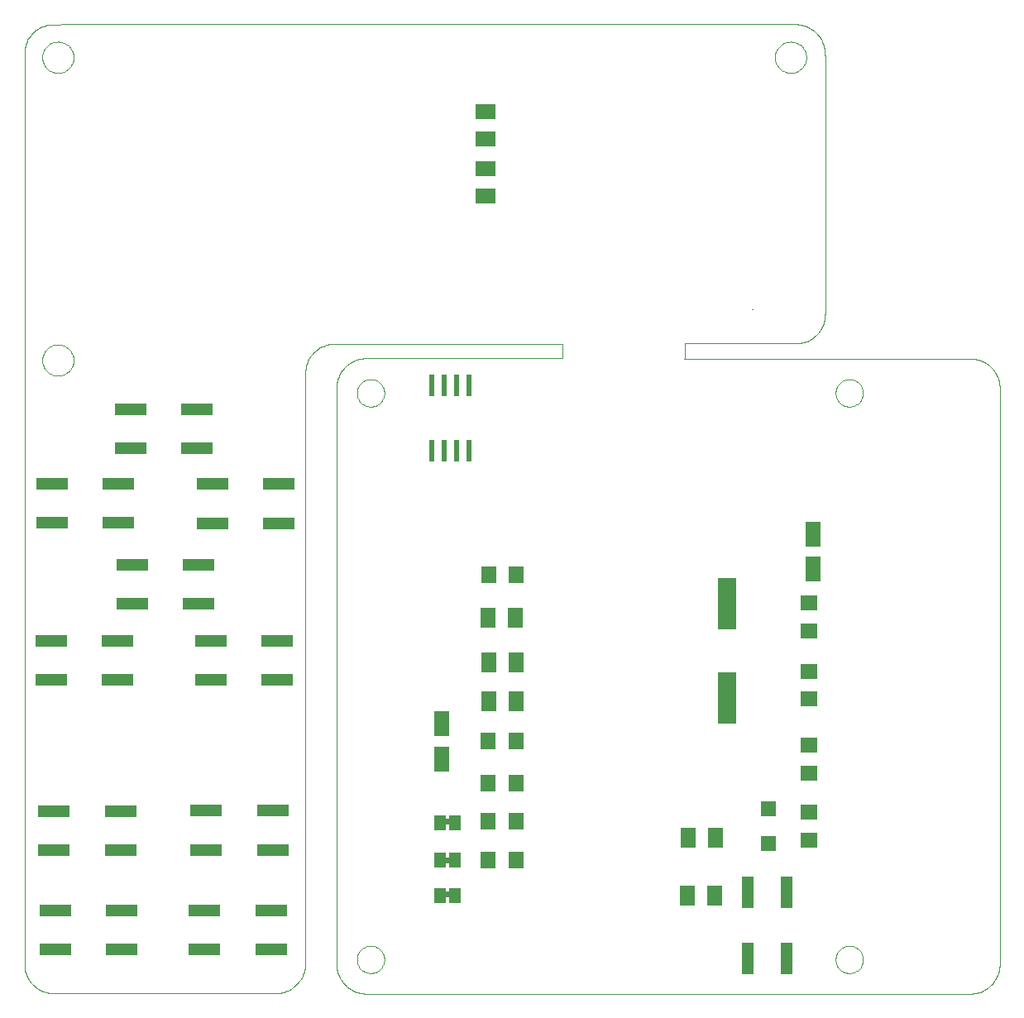
<source format=gtp>
G75*
G70*
%OFA0B0*%
%FSLAX24Y24*%
%IPPOS*%
%LPD*%
%AMOC8*
5,1,8,0,0,1.08239X$1,22.5*
%
%ADD10C,0.0000*%
%ADD11C,0.0001*%
%ADD12C,0.0240*%
%ADD13R,0.0236X0.0866*%
%ADD14R,0.0630X0.0787*%
%ADD15R,0.0630X0.0709*%
%ADD16R,0.0760X0.2100*%
%ADD17R,0.0710X0.0630*%
%ADD18R,0.0630X0.0710*%
%ADD19R,0.0472X0.1260*%
%ADD20R,0.0460X0.0630*%
%ADD21R,0.0591X0.0591*%
%ADD22R,0.0630X0.1024*%
%ADD23R,0.0787X0.0630*%
%ADD24R,0.1260X0.0472*%
D10*
X016753Y006193D02*
X016755Y006240D01*
X016761Y006286D01*
X016771Y006332D01*
X016784Y006377D01*
X016802Y006420D01*
X016823Y006462D01*
X016847Y006502D01*
X016875Y006539D01*
X016906Y006574D01*
X016940Y006607D01*
X016976Y006636D01*
X017015Y006662D01*
X017056Y006685D01*
X017099Y006704D01*
X017143Y006720D01*
X017188Y006732D01*
X017234Y006740D01*
X017281Y006744D01*
X017327Y006744D01*
X017374Y006740D01*
X017420Y006732D01*
X017465Y006720D01*
X017509Y006704D01*
X017552Y006685D01*
X017593Y006662D01*
X017632Y006636D01*
X017668Y006607D01*
X017702Y006574D01*
X017733Y006539D01*
X017761Y006502D01*
X017785Y006462D01*
X017806Y006420D01*
X017824Y006377D01*
X017837Y006332D01*
X017847Y006286D01*
X017853Y006240D01*
X017855Y006193D01*
X017853Y006146D01*
X017847Y006100D01*
X017837Y006054D01*
X017824Y006009D01*
X017806Y005966D01*
X017785Y005924D01*
X017761Y005884D01*
X017733Y005847D01*
X017702Y005812D01*
X017668Y005779D01*
X017632Y005750D01*
X017593Y005724D01*
X017552Y005701D01*
X017509Y005682D01*
X017465Y005666D01*
X017420Y005654D01*
X017374Y005646D01*
X017327Y005642D01*
X017281Y005642D01*
X017234Y005646D01*
X017188Y005654D01*
X017143Y005666D01*
X017099Y005682D01*
X017056Y005701D01*
X017015Y005724D01*
X016976Y005750D01*
X016940Y005779D01*
X016906Y005812D01*
X016875Y005847D01*
X016847Y005884D01*
X016823Y005924D01*
X016802Y005966D01*
X016784Y006009D01*
X016771Y006054D01*
X016761Y006100D01*
X016755Y006146D01*
X016753Y006193D01*
X036045Y006193D02*
X036047Y006240D01*
X036053Y006286D01*
X036063Y006332D01*
X036076Y006377D01*
X036094Y006420D01*
X036115Y006462D01*
X036139Y006502D01*
X036167Y006539D01*
X036198Y006574D01*
X036232Y006607D01*
X036268Y006636D01*
X036307Y006662D01*
X036348Y006685D01*
X036391Y006704D01*
X036435Y006720D01*
X036480Y006732D01*
X036526Y006740D01*
X036573Y006744D01*
X036619Y006744D01*
X036666Y006740D01*
X036712Y006732D01*
X036757Y006720D01*
X036801Y006704D01*
X036844Y006685D01*
X036885Y006662D01*
X036924Y006636D01*
X036960Y006607D01*
X036994Y006574D01*
X037025Y006539D01*
X037053Y006502D01*
X037077Y006462D01*
X037098Y006420D01*
X037116Y006377D01*
X037129Y006332D01*
X037139Y006286D01*
X037145Y006240D01*
X037147Y006193D01*
X037145Y006146D01*
X037139Y006100D01*
X037129Y006054D01*
X037116Y006009D01*
X037098Y005966D01*
X037077Y005924D01*
X037053Y005884D01*
X037025Y005847D01*
X036994Y005812D01*
X036960Y005779D01*
X036924Y005750D01*
X036885Y005724D01*
X036844Y005701D01*
X036801Y005682D01*
X036757Y005666D01*
X036712Y005654D01*
X036666Y005646D01*
X036619Y005642D01*
X036573Y005642D01*
X036526Y005646D01*
X036480Y005654D01*
X036435Y005666D01*
X036391Y005682D01*
X036348Y005701D01*
X036307Y005724D01*
X036268Y005750D01*
X036232Y005779D01*
X036198Y005812D01*
X036167Y005847D01*
X036139Y005884D01*
X036115Y005924D01*
X036094Y005966D01*
X036076Y006009D01*
X036063Y006054D01*
X036053Y006100D01*
X036047Y006146D01*
X036045Y006193D01*
X036045Y029028D02*
X036047Y029075D01*
X036053Y029121D01*
X036063Y029167D01*
X036076Y029212D01*
X036094Y029255D01*
X036115Y029297D01*
X036139Y029337D01*
X036167Y029374D01*
X036198Y029409D01*
X036232Y029442D01*
X036268Y029471D01*
X036307Y029497D01*
X036348Y029520D01*
X036391Y029539D01*
X036435Y029555D01*
X036480Y029567D01*
X036526Y029575D01*
X036573Y029579D01*
X036619Y029579D01*
X036666Y029575D01*
X036712Y029567D01*
X036757Y029555D01*
X036801Y029539D01*
X036844Y029520D01*
X036885Y029497D01*
X036924Y029471D01*
X036960Y029442D01*
X036994Y029409D01*
X037025Y029374D01*
X037053Y029337D01*
X037077Y029297D01*
X037098Y029255D01*
X037116Y029212D01*
X037129Y029167D01*
X037139Y029121D01*
X037145Y029075D01*
X037147Y029028D01*
X037145Y028981D01*
X037139Y028935D01*
X037129Y028889D01*
X037116Y028844D01*
X037098Y028801D01*
X037077Y028759D01*
X037053Y028719D01*
X037025Y028682D01*
X036994Y028647D01*
X036960Y028614D01*
X036924Y028585D01*
X036885Y028559D01*
X036844Y028536D01*
X036801Y028517D01*
X036757Y028501D01*
X036712Y028489D01*
X036666Y028481D01*
X036619Y028477D01*
X036573Y028477D01*
X036526Y028481D01*
X036480Y028489D01*
X036435Y028501D01*
X036391Y028517D01*
X036348Y028536D01*
X036307Y028559D01*
X036268Y028585D01*
X036232Y028614D01*
X036198Y028647D01*
X036167Y028682D01*
X036139Y028719D01*
X036115Y028759D01*
X036094Y028801D01*
X036076Y028844D01*
X036063Y028889D01*
X036053Y028935D01*
X036047Y028981D01*
X036045Y029028D01*
X033600Y042556D02*
X033602Y042606D01*
X033608Y042656D01*
X033618Y042705D01*
X033632Y042753D01*
X033649Y042800D01*
X033670Y042845D01*
X033695Y042889D01*
X033723Y042930D01*
X033755Y042969D01*
X033789Y043006D01*
X033826Y043040D01*
X033866Y043070D01*
X033908Y043097D01*
X033952Y043121D01*
X033998Y043142D01*
X034045Y043158D01*
X034093Y043171D01*
X034143Y043180D01*
X034192Y043185D01*
X034243Y043186D01*
X034293Y043183D01*
X034342Y043176D01*
X034391Y043165D01*
X034439Y043150D01*
X034485Y043132D01*
X034530Y043110D01*
X034573Y043084D01*
X034614Y043055D01*
X034653Y043023D01*
X034689Y042988D01*
X034721Y042950D01*
X034751Y042910D01*
X034778Y042867D01*
X034801Y042823D01*
X034820Y042777D01*
X034836Y042729D01*
X034848Y042680D01*
X034856Y042631D01*
X034860Y042581D01*
X034860Y042531D01*
X034856Y042481D01*
X034848Y042432D01*
X034836Y042383D01*
X034820Y042335D01*
X034801Y042289D01*
X034778Y042245D01*
X034751Y042202D01*
X034721Y042162D01*
X034689Y042124D01*
X034653Y042089D01*
X034614Y042057D01*
X034573Y042028D01*
X034530Y042002D01*
X034485Y041980D01*
X034439Y041962D01*
X034391Y041947D01*
X034342Y041936D01*
X034293Y041929D01*
X034243Y041926D01*
X034192Y041927D01*
X034143Y041932D01*
X034093Y041941D01*
X034045Y041954D01*
X033998Y041970D01*
X033952Y041991D01*
X033908Y042015D01*
X033866Y042042D01*
X033826Y042072D01*
X033789Y042106D01*
X033755Y042143D01*
X033723Y042182D01*
X033695Y042223D01*
X033670Y042267D01*
X033649Y042312D01*
X033632Y042359D01*
X033618Y042407D01*
X033608Y042456D01*
X033602Y042506D01*
X033600Y042556D01*
X016753Y029028D02*
X016755Y029075D01*
X016761Y029121D01*
X016771Y029167D01*
X016784Y029212D01*
X016802Y029255D01*
X016823Y029297D01*
X016847Y029337D01*
X016875Y029374D01*
X016906Y029409D01*
X016940Y029442D01*
X016976Y029471D01*
X017015Y029497D01*
X017056Y029520D01*
X017099Y029539D01*
X017143Y029555D01*
X017188Y029567D01*
X017234Y029575D01*
X017281Y029579D01*
X017327Y029579D01*
X017374Y029575D01*
X017420Y029567D01*
X017465Y029555D01*
X017509Y029539D01*
X017552Y029520D01*
X017593Y029497D01*
X017632Y029471D01*
X017668Y029442D01*
X017702Y029409D01*
X017733Y029374D01*
X017761Y029337D01*
X017785Y029297D01*
X017806Y029255D01*
X017824Y029212D01*
X017837Y029167D01*
X017847Y029121D01*
X017853Y029075D01*
X017855Y029028D01*
X017853Y028981D01*
X017847Y028935D01*
X017837Y028889D01*
X017824Y028844D01*
X017806Y028801D01*
X017785Y028759D01*
X017761Y028719D01*
X017733Y028682D01*
X017702Y028647D01*
X017668Y028614D01*
X017632Y028585D01*
X017593Y028559D01*
X017552Y028536D01*
X017509Y028517D01*
X017465Y028501D01*
X017420Y028489D01*
X017374Y028481D01*
X017327Y028477D01*
X017281Y028477D01*
X017234Y028481D01*
X017188Y028489D01*
X017143Y028501D01*
X017099Y028517D01*
X017056Y028536D01*
X017015Y028559D01*
X016976Y028585D01*
X016940Y028614D01*
X016906Y028647D01*
X016875Y028682D01*
X016847Y028719D01*
X016823Y028759D01*
X016802Y028801D01*
X016784Y028844D01*
X016771Y028889D01*
X016761Y028935D01*
X016755Y028981D01*
X016753Y029028D01*
X004073Y030351D02*
X004075Y030401D01*
X004081Y030451D01*
X004091Y030500D01*
X004105Y030548D01*
X004122Y030595D01*
X004143Y030640D01*
X004168Y030684D01*
X004196Y030725D01*
X004228Y030764D01*
X004262Y030801D01*
X004299Y030835D01*
X004339Y030865D01*
X004381Y030892D01*
X004425Y030916D01*
X004471Y030937D01*
X004518Y030953D01*
X004566Y030966D01*
X004616Y030975D01*
X004665Y030980D01*
X004716Y030981D01*
X004766Y030978D01*
X004815Y030971D01*
X004864Y030960D01*
X004912Y030945D01*
X004958Y030927D01*
X005003Y030905D01*
X005046Y030879D01*
X005087Y030850D01*
X005126Y030818D01*
X005162Y030783D01*
X005194Y030745D01*
X005224Y030705D01*
X005251Y030662D01*
X005274Y030618D01*
X005293Y030572D01*
X005309Y030524D01*
X005321Y030475D01*
X005329Y030426D01*
X005333Y030376D01*
X005333Y030326D01*
X005329Y030276D01*
X005321Y030227D01*
X005309Y030178D01*
X005293Y030130D01*
X005274Y030084D01*
X005251Y030040D01*
X005224Y029997D01*
X005194Y029957D01*
X005162Y029919D01*
X005126Y029884D01*
X005087Y029852D01*
X005046Y029823D01*
X005003Y029797D01*
X004958Y029775D01*
X004912Y029757D01*
X004864Y029742D01*
X004815Y029731D01*
X004766Y029724D01*
X004716Y029721D01*
X004665Y029722D01*
X004616Y029727D01*
X004566Y029736D01*
X004518Y029749D01*
X004471Y029765D01*
X004425Y029786D01*
X004381Y029810D01*
X004339Y029837D01*
X004299Y029867D01*
X004262Y029901D01*
X004228Y029938D01*
X004196Y029977D01*
X004168Y030018D01*
X004143Y030062D01*
X004122Y030107D01*
X004105Y030154D01*
X004091Y030202D01*
X004081Y030251D01*
X004075Y030301D01*
X004073Y030351D01*
X004073Y042556D02*
X004075Y042606D01*
X004081Y042656D01*
X004091Y042705D01*
X004105Y042753D01*
X004122Y042800D01*
X004143Y042845D01*
X004168Y042889D01*
X004196Y042930D01*
X004228Y042969D01*
X004262Y043006D01*
X004299Y043040D01*
X004339Y043070D01*
X004381Y043097D01*
X004425Y043121D01*
X004471Y043142D01*
X004518Y043158D01*
X004566Y043171D01*
X004616Y043180D01*
X004665Y043185D01*
X004716Y043186D01*
X004766Y043183D01*
X004815Y043176D01*
X004864Y043165D01*
X004912Y043150D01*
X004958Y043132D01*
X005003Y043110D01*
X005046Y043084D01*
X005087Y043055D01*
X005126Y043023D01*
X005162Y042988D01*
X005194Y042950D01*
X005224Y042910D01*
X005251Y042867D01*
X005274Y042823D01*
X005293Y042777D01*
X005309Y042729D01*
X005321Y042680D01*
X005329Y042631D01*
X005333Y042581D01*
X005333Y042531D01*
X005329Y042481D01*
X005321Y042432D01*
X005309Y042383D01*
X005293Y042335D01*
X005274Y042289D01*
X005251Y042245D01*
X005224Y042202D01*
X005194Y042162D01*
X005162Y042124D01*
X005126Y042089D01*
X005087Y042057D01*
X005046Y042028D01*
X005003Y042002D01*
X004958Y041980D01*
X004912Y041962D01*
X004864Y041947D01*
X004815Y041936D01*
X004766Y041929D01*
X004716Y041926D01*
X004665Y041927D01*
X004616Y041932D01*
X004566Y041941D01*
X004518Y041954D01*
X004471Y041970D01*
X004425Y041991D01*
X004381Y042015D01*
X004339Y042042D01*
X004299Y042072D01*
X004262Y042106D01*
X004228Y042143D01*
X004196Y042182D01*
X004168Y042223D01*
X004143Y042267D01*
X004122Y042312D01*
X004105Y042359D01*
X004091Y042407D01*
X004081Y042456D01*
X004075Y042506D01*
X004073Y042556D01*
D11*
X004544Y004829D02*
X013461Y004829D01*
X013459Y004830D02*
X013527Y004832D01*
X013595Y004838D01*
X013662Y004847D01*
X013729Y004861D01*
X013795Y004878D01*
X013860Y004899D01*
X013924Y004923D01*
X013986Y004951D01*
X014047Y004982D01*
X014105Y005017D01*
X014162Y005055D01*
X014216Y005095D01*
X014269Y005139D01*
X014318Y005186D01*
X014365Y005236D01*
X014409Y005288D01*
X014450Y005342D01*
X014488Y005399D01*
X014523Y005457D01*
X014554Y005518D01*
X014582Y005580D01*
X014607Y005643D01*
X014627Y005708D01*
X014645Y005774D01*
X014658Y005841D01*
X014668Y005909D01*
X014674Y005976D01*
X014676Y006045D01*
X014674Y006113D01*
X014675Y006109D02*
X014671Y029822D01*
X014671Y029817D02*
X014673Y029884D01*
X014678Y029950D01*
X014687Y030015D01*
X014699Y030081D01*
X014716Y030145D01*
X014735Y030208D01*
X014759Y030270D01*
X014785Y030331D01*
X014815Y030390D01*
X014849Y030447D01*
X014885Y030503D01*
X014925Y030556D01*
X014967Y030607D01*
X015012Y030655D01*
X015060Y030701D01*
X015110Y030744D01*
X015163Y030785D01*
X015218Y030822D01*
X015275Y030856D01*
X015333Y030887D01*
X015394Y030915D01*
X015455Y030939D01*
X015518Y030960D01*
X015582Y030977D01*
X015647Y030990D01*
X015713Y031000D01*
X015779Y031006D01*
X015845Y031009D01*
X015911Y031008D01*
X015914Y031007D01*
X025044Y031012D01*
X025043Y031014D02*
X025044Y030424D01*
X017176Y030424D01*
X017173Y030426D02*
X017107Y030427D01*
X017041Y030424D01*
X016975Y030418D01*
X016909Y030408D01*
X016844Y030395D01*
X016780Y030378D01*
X016717Y030357D01*
X016656Y030333D01*
X016595Y030305D01*
X016537Y030274D01*
X016480Y030240D01*
X016425Y030203D01*
X016372Y030162D01*
X016322Y030119D01*
X016274Y030073D01*
X016229Y030025D01*
X016187Y029974D01*
X016147Y029921D01*
X016111Y029865D01*
X016077Y029808D01*
X016047Y029749D01*
X016021Y029688D01*
X015997Y029626D01*
X015978Y029563D01*
X015961Y029499D01*
X015949Y029433D01*
X015940Y029368D01*
X015935Y029302D01*
X015933Y029235D01*
X015934Y029235D02*
X015934Y006055D01*
X015934Y005995D01*
X015933Y006055D02*
X015932Y005989D01*
X015935Y005923D01*
X015941Y005857D01*
X015951Y005791D01*
X015964Y005726D01*
X015981Y005662D01*
X016002Y005599D01*
X016026Y005538D01*
X016054Y005477D01*
X016085Y005419D01*
X016119Y005362D01*
X016156Y005307D01*
X016197Y005254D01*
X016240Y005204D01*
X016286Y005156D01*
X016334Y005111D01*
X016385Y005069D01*
X016438Y005029D01*
X016494Y004993D01*
X016551Y004959D01*
X016610Y004929D01*
X016671Y004903D01*
X016733Y004879D01*
X016796Y004860D01*
X016860Y004843D01*
X016926Y004831D01*
X016991Y004822D01*
X017057Y004817D01*
X017124Y004815D01*
X017104Y004815D01*
X017124Y004815D02*
X041414Y004815D01*
X041474Y004815D01*
X041414Y004814D02*
X041480Y004813D01*
X041546Y004816D01*
X041612Y004822D01*
X041678Y004832D01*
X041743Y004845D01*
X041807Y004862D01*
X041870Y004883D01*
X041931Y004907D01*
X041992Y004935D01*
X042050Y004966D01*
X042107Y005000D01*
X042162Y005037D01*
X042215Y005078D01*
X042265Y005121D01*
X042313Y005167D01*
X042358Y005215D01*
X042400Y005266D01*
X042440Y005319D01*
X042476Y005375D01*
X042510Y005432D01*
X042540Y005491D01*
X042566Y005552D01*
X042590Y005614D01*
X042609Y005677D01*
X042626Y005741D01*
X042638Y005807D01*
X042647Y005872D01*
X042652Y005938D01*
X042654Y006005D01*
X042654Y029165D01*
X042654Y029225D01*
X042654Y029165D02*
X042655Y029232D01*
X042653Y029298D01*
X042647Y029365D01*
X042637Y029430D01*
X042624Y029496D01*
X042607Y029560D01*
X042586Y029623D01*
X042562Y029685D01*
X042534Y029746D01*
X042504Y029805D01*
X042470Y029862D01*
X042432Y029917D01*
X042392Y029970D01*
X042349Y030021D01*
X042303Y030069D01*
X042255Y030114D01*
X042204Y030157D01*
X042150Y030197D01*
X042095Y030234D01*
X042037Y030267D01*
X041978Y030298D01*
X041917Y030325D01*
X041855Y030348D01*
X041792Y030368D01*
X041727Y030385D01*
X041662Y030398D01*
X041596Y030407D01*
X041530Y030412D01*
X041463Y030414D01*
X041460Y030414D01*
X041459Y030414D02*
X041464Y030414D01*
X029974Y030414D01*
X029934Y030414D01*
X029974Y030414D02*
X029974Y031022D01*
X034359Y031022D01*
X034375Y031024D02*
X034441Y031023D01*
X034507Y031026D01*
X034574Y031032D01*
X034639Y031042D01*
X034704Y031055D01*
X034768Y031072D01*
X034832Y031093D01*
X034893Y031117D01*
X034954Y031145D01*
X035013Y031176D01*
X035069Y031210D01*
X035124Y031247D01*
X035177Y031287D01*
X035228Y031331D01*
X035276Y031377D01*
X035321Y031425D01*
X035363Y031476D01*
X035403Y031529D01*
X035440Y031585D01*
X035473Y031642D01*
X035503Y031701D01*
X035530Y031762D01*
X035553Y031824D01*
X035573Y031888D01*
X035589Y031952D01*
X035602Y032017D01*
X035611Y032083D01*
X035616Y032149D01*
X035618Y032216D01*
X035619Y032206D02*
X035619Y042649D01*
X035612Y042649D01*
X035611Y042647D02*
X035612Y042713D01*
X035609Y042779D01*
X035603Y042846D01*
X035593Y042911D01*
X035580Y042976D01*
X035563Y043040D01*
X035542Y043104D01*
X035518Y043165D01*
X035490Y043226D01*
X035459Y043285D01*
X035425Y043341D01*
X035388Y043396D01*
X035348Y043449D01*
X035304Y043500D01*
X035258Y043548D01*
X035210Y043593D01*
X035159Y043635D01*
X035106Y043675D01*
X035050Y043712D01*
X034993Y043745D01*
X034934Y043775D01*
X034873Y043802D01*
X034811Y043825D01*
X034747Y043845D01*
X034683Y043861D01*
X034618Y043874D01*
X034552Y043883D01*
X034486Y043888D01*
X034419Y043890D01*
X034420Y043890D02*
X034420Y043890D01*
X005074Y043890D01*
X005072Y043890D02*
X004521Y043882D01*
X004522Y043882D02*
X004455Y043881D01*
X004388Y043876D01*
X004322Y043867D01*
X004256Y043854D01*
X004191Y043837D01*
X004127Y043817D01*
X004065Y043793D01*
X004004Y043766D01*
X003944Y043735D01*
X003887Y043700D01*
X003832Y043663D01*
X003779Y043622D01*
X003728Y043578D01*
X003680Y043532D01*
X003635Y043482D01*
X003592Y043430D01*
X003553Y043376D01*
X003517Y043320D01*
X003484Y043261D01*
X003455Y043201D01*
X003429Y043139D01*
X003407Y043076D01*
X003389Y043012D01*
X003374Y042947D01*
X003363Y042880D01*
X003356Y042814D01*
X003353Y042747D01*
X003354Y042680D01*
X003353Y042682D02*
X003353Y006068D01*
X003353Y006069D02*
X003352Y006003D01*
X003355Y005937D01*
X003361Y005871D01*
X003371Y005805D01*
X003384Y005740D01*
X003401Y005676D01*
X003422Y005613D01*
X003446Y005552D01*
X003474Y005491D01*
X003505Y005433D01*
X003539Y005376D01*
X003576Y005321D01*
X003617Y005268D01*
X003660Y005218D01*
X003706Y005170D01*
X003754Y005125D01*
X003805Y005083D01*
X003858Y005043D01*
X003914Y005007D01*
X003971Y004973D01*
X004030Y004943D01*
X004091Y004917D01*
X004153Y004893D01*
X004216Y004874D01*
X004280Y004857D01*
X004346Y004845D01*
X004411Y004836D01*
X004477Y004831D01*
X004544Y004829D01*
X032684Y032392D02*
X032701Y032410D01*
D12*
X020479Y011777D02*
X020283Y011777D01*
X020283Y010202D02*
X020676Y010202D01*
X020479Y008824D02*
X020283Y008824D01*
D13*
X020268Y026709D03*
X020768Y026709D03*
X021268Y026709D03*
X019768Y026709D03*
X019768Y029331D03*
X020268Y029331D03*
X020768Y029331D03*
X021268Y029331D03*
D14*
X022045Y019977D03*
X023147Y019977D03*
X023158Y018172D03*
X022055Y018172D03*
X022055Y016597D03*
X023158Y016597D03*
X030102Y011102D03*
X031205Y011102D03*
X031183Y008780D03*
X030080Y008780D03*
D15*
X023159Y021708D03*
X022056Y021708D03*
D16*
X031661Y020527D03*
X031661Y016727D03*
D17*
X034974Y016693D03*
X034974Y017812D03*
X034974Y019443D03*
X034974Y020562D03*
X034974Y014825D03*
X034974Y013705D03*
X034974Y012125D03*
X034974Y011005D03*
D18*
X023158Y011752D03*
X022039Y011752D03*
X022039Y013315D03*
X023158Y013315D03*
X023158Y015002D03*
X022039Y015002D03*
X022039Y010190D03*
X023158Y010190D03*
D19*
X032499Y008904D03*
X034073Y008904D03*
X034073Y006226D03*
X032499Y006226D03*
D20*
X020711Y008752D03*
X020111Y008752D03*
X020111Y010190D03*
X020711Y010190D03*
X020711Y011690D03*
X020111Y011690D03*
D21*
X033349Y012254D03*
X033349Y010876D03*
D22*
X035124Y021931D03*
X035124Y023349D03*
X020174Y015699D03*
X020174Y014281D03*
D23*
X021925Y036954D03*
X021925Y038057D03*
X021940Y039282D03*
X021940Y040384D03*
D24*
X010310Y028364D03*
X010310Y026789D03*
X010925Y025355D03*
X010925Y023781D03*
X010363Y022111D03*
X010363Y020537D03*
X010860Y019047D03*
X010860Y017472D03*
X013537Y017472D03*
X013537Y019047D03*
X013602Y023781D03*
X013602Y025355D03*
X007633Y026789D03*
X007139Y025384D03*
X007139Y023809D03*
X007686Y022111D03*
X007686Y020537D03*
X007107Y019045D03*
X007107Y017471D03*
X004429Y017471D03*
X004429Y019045D03*
X004461Y023809D03*
X004461Y025384D03*
X007633Y028364D03*
X007227Y012181D03*
X007227Y010607D03*
X007278Y008183D03*
X007278Y006608D03*
X004601Y006608D03*
X004601Y008183D03*
X004550Y010607D03*
X004550Y012181D03*
X010683Y012190D03*
X010683Y010615D03*
X010611Y008171D03*
X010611Y006597D03*
X013288Y006597D03*
X013288Y008171D03*
X013360Y010615D03*
X013360Y012190D03*
M02*

</source>
